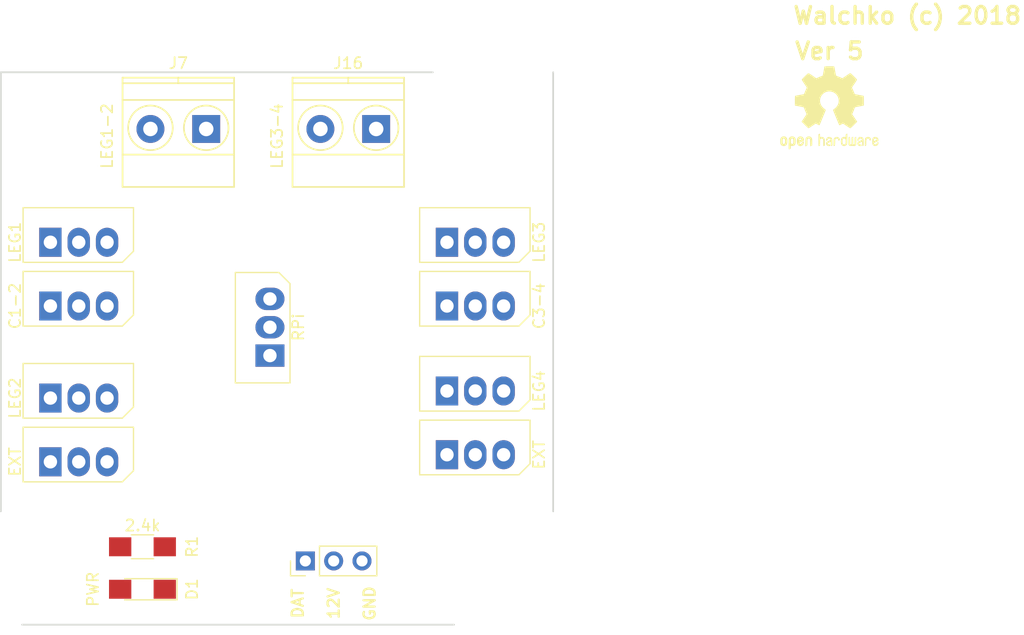
<source format=kicad_pcb>
(kicad_pcb (version 4) (host pcbnew 4.0.7)

  (general
    (links 32)
    (no_connects 32)
    (area 109.144999 59.614999 158.825001 109.295001)
    (thickness 1.6)
    (drawings 7)
    (tracks 0)
    (zones 0)
    (modules 19)
    (nets 7)
  )

  (page USLetter)
  (layers
    (0 F.Cu signal)
    (31 B.Cu signal)
    (32 B.Adhes user)
    (33 F.Adhes user)
    (34 B.Paste user)
    (35 F.Paste user)
    (36 B.SilkS user)
    (37 F.SilkS user)
    (38 B.Mask user)
    (39 F.Mask user)
    (40 Dwgs.User user)
    (41 Cmts.User user)
    (42 Eco1.User user)
    (43 Eco2.User user)
    (44 Edge.Cuts user)
    (45 Margin user)
    (46 B.CrtYd user)
    (47 F.CrtYd user)
    (48 B.Fab user)
    (49 F.Fab user)
  )

  (setup
    (last_trace_width 0.25)
    (user_trace_width 1.6)
    (trace_clearance 0.2)
    (zone_clearance 0.508)
    (zone_45_only no)
    (trace_min 0.2)
    (segment_width 0.2)
    (edge_width 0.15)
    (via_size 0.6)
    (via_drill 0.4)
    (via_min_size 0.4)
    (via_min_drill 0.3)
    (uvia_size 0.3)
    (uvia_drill 0.1)
    (uvias_allowed no)
    (uvia_min_size 0.2)
    (uvia_min_drill 0.1)
    (pcb_text_width 0.3)
    (pcb_text_size 1.5 1.5)
    (mod_edge_width 0.15)
    (mod_text_size 1 1)
    (mod_text_width 0.15)
    (pad_size 1.524 1.524)
    (pad_drill 0.762)
    (pad_to_mask_clearance 0.2)
    (aux_axis_origin 0 0)
    (visible_elements 7FFFFFFF)
    (pcbplotparams
      (layerselection 0x010f0_80000001)
      (usegerberextensions false)
      (excludeedgelayer true)
      (linewidth 0.100000)
      (plotframeref false)
      (viasonmask false)
      (mode 1)
      (useauxorigin false)
      (hpglpennumber 1)
      (hpglpenspeed 20)
      (hpglpendiameter 15)
      (hpglpenoverlay 2)
      (psnegative false)
      (psa4output false)
      (plotreference true)
      (plotvalue true)
      (plotinvisibletext false)
      (padsonsilk false)
      (subtractmaskfromsilk false)
      (outputformat 1)
      (mirror false)
      (drillshape 0)
      (scaleselection 1)
      (outputdirectory gerber/))
  )

  (net 0 "")
  (net 1 DATA)
  (net 2 GND)
  (net 3 +12V)
  (net 4 "Net-(D1-Pad1)")
  (net 5 "Net-(J1-Pad2)")
  (net 6 "Net-(J12-Pad2)")

  (net_class Default "This is the default net class."
    (clearance 0.2)
    (trace_width 0.25)
    (via_dia 0.6)
    (via_drill 0.4)
    (uvia_dia 0.3)
    (uvia_drill 0.1)
    (add_net +12V)
    (add_net DATA)
    (add_net GND)
    (add_net "Net-(D1-Pad1)")
    (add_net "Net-(J1-Pad2)")
    (add_net "Net-(J12-Pad2)")
  )

  (net_class A ""
    (clearance 0.2)
    (trace_width 1.5)
    (via_dia 0.6)
    (via_drill 0.4)
    (uvia_dia 0.3)
    (uvia_drill 0.1)
  )

  (module LEDs:LED_1206_HandSoldering (layer F.Cu) (tedit 5AFB17AC) (tstamp 5A933437)
    (at 121.92 106.045 180)
    (descr "LED SMD 1206, hand soldering")
    (tags "LED 1206")
    (path /5ACD24C2)
    (attr smd)
    (fp_text reference D1 (at -4.445 0 270) (layer F.SilkS)
      (effects (font (size 1 1) (thickness 0.15)))
    )
    (fp_text value PWR (at 4.445 0 270) (layer F.SilkS)
      (effects (font (size 1 1) (thickness 0.15)))
    )
    (fp_line (start -3.1 -0.95) (end -3.1 0.95) (layer F.SilkS) (width 0.12))
    (fp_line (start -0.4 0) (end 0.2 -0.4) (layer F.Fab) (width 0.1))
    (fp_line (start 0.2 -0.4) (end 0.2 0.4) (layer F.Fab) (width 0.1))
    (fp_line (start 0.2 0.4) (end -0.4 0) (layer F.Fab) (width 0.1))
    (fp_line (start -0.45 -0.4) (end -0.45 0.4) (layer F.Fab) (width 0.1))
    (fp_line (start -1.6 0.8) (end -1.6 -0.8) (layer F.Fab) (width 0.1))
    (fp_line (start 1.6 0.8) (end -1.6 0.8) (layer F.Fab) (width 0.1))
    (fp_line (start 1.6 -0.8) (end 1.6 0.8) (layer F.Fab) (width 0.1))
    (fp_line (start -1.6 -0.8) (end 1.6 -0.8) (layer F.Fab) (width 0.1))
    (fp_line (start -3.1 0.95) (end 1.6 0.95) (layer F.SilkS) (width 0.12))
    (fp_line (start -3.1 -0.95) (end 1.6 -0.95) (layer F.SilkS) (width 0.12))
    (fp_line (start -3.25 -1.11) (end 3.25 -1.11) (layer F.CrtYd) (width 0.05))
    (fp_line (start -3.25 -1.11) (end -3.25 1.1) (layer F.CrtYd) (width 0.05))
    (fp_line (start 3.25 1.1) (end 3.25 -1.11) (layer F.CrtYd) (width 0.05))
    (fp_line (start 3.25 1.1) (end -3.25 1.1) (layer F.CrtYd) (width 0.05))
    (pad 1 smd rect (at -2 0 180) (size 2 1.7) (layers F.Cu F.Paste F.Mask)
      (net 4 "Net-(D1-Pad1)"))
    (pad 2 smd rect (at 2 0 180) (size 2 1.7) (layers F.Cu F.Paste F.Mask)
      (net 3 +12V))
    (model ${KISYS3DMOD}/LEDs.3dshapes/LED_1206.wrl
      (at (xyz 0 0 0))
      (scale (xyz 1 1 1))
      (rotate (xyz 0 0 180))
    )
  )

  (module Connectors_Molex:Molex_SPOX-5267_22-03-5035_03x2.54mm_Straight (layer F.Cu) (tedit 5AF32ABA) (tstamp 5A9394F1)
    (at 113.665 80.645)
    (descr "Connector Headers with Friction Lock, 22-03-5035, http://www.molex.com/pdm_docs/ps/PS-5264-001-001.pdf")
    (tags "connector molex SPOX 5267 22-03-5035")
    (path /5A7A565B)
    (fp_text reference J1 (at -1.27 2.54) (layer F.Fab)
      (effects (font (size 1 1) (thickness 0.15)))
    )
    (fp_text value C1-2 (at -3.175 0 90) (layer F.SilkS)
      (effects (font (size 1 1) (thickness 0.15)))
    )
    (fp_line (start 6.45 1.8) (end 7.45 0.8) (layer F.SilkS) (width 0.12))
    (fp_line (start -2.45 -3.1) (end -2.45 1.8) (layer F.SilkS) (width 0.12))
    (fp_line (start -2.45 1.8) (end 6.45 1.8) (layer F.SilkS) (width 0.12))
    (fp_line (start 7.45 0.8) (end 7.45 -3.1) (layer F.SilkS) (width 0.12))
    (fp_line (start 7.45 -3.1) (end -2.45 -3.1) (layer F.SilkS) (width 0.12))
    (fp_line (start -2.5 1.85) (end -2.5 -3.15) (layer F.CrtYd) (width 0.05))
    (fp_line (start -2.5 -3.15) (end 7.5 -3.15) (layer F.CrtYd) (width 0.05))
    (fp_line (start 7.5 -3.15) (end 7.5 1.85) (layer F.CrtYd) (width 0.05))
    (fp_line (start 7.5 1.85) (end -2.5 1.85) (layer F.CrtYd) (width 0.05))
    (fp_line (start 7.35 -3) (end -2.35 -3) (layer F.Fab) (width 0.1))
    (fp_line (start 7.35 0.7) (end 7.35 -3) (layer F.Fab) (width 0.1))
    (fp_line (start 6.35 1.7) (end 7.35 0.7) (layer F.Fab) (width 0.1))
    (fp_line (start -2.35 1.7) (end 6.35 1.7) (layer F.Fab) (width 0.1))
    (fp_line (start -2.35 -3) (end -2.35 1.7) (layer F.Fab) (width 0.1))
    (pad 1 thru_hole rect (at 0 0) (size 2 2.6) (drill 1.2) (layers *.Cu *.Mask)
      (net 1 DATA))
    (pad 2 thru_hole oval (at 2.54 0) (size 2 2.6) (drill 1.2) (layers *.Cu *.Mask)
      (net 5 "Net-(J1-Pad2)"))
    (pad 3 thru_hole oval (at 5.08 0) (size 2 2.6) (drill 1.2) (layers *.Cu *.Mask)
      (net 2 GND))
    (model ${KISYS3DMOD}/Connectors_Molex.3dshapes/Molex_SPOX-5267_22-03-5035_03x2.54mm_Straight.wrl
      (at (xyz 0.1 0.023622 0.114173))
      (scale (xyz 1 1 1))
      (rotate (xyz -90 0 180))
    )
  )

  (module Pin_Headers:Pin_Header_Straight_1x03_Pitch2.54mm (layer F.Cu) (tedit 5AF32AFD) (tstamp 5ACD02CA)
    (at 136.525 103.505 90)
    (descr "Through hole straight pin header, 1x03, 2.54mm pitch, single row")
    (tags "Through hole pin header THT 1x03 2.54mm single row")
    (path /5ACD2202)
    (fp_text reference J3 (at 0 -2.33 90) (layer F.Fab)
      (effects (font (size 1 1) (thickness 0.15)))
    )
    (fp_text value Data (at 0 7.41 90) (layer F.Fab)
      (effects (font (size 1 1) (thickness 0.15)))
    )
    (fp_line (start -0.635 -1.27) (end 1.27 -1.27) (layer F.Fab) (width 0.1))
    (fp_line (start 1.27 -1.27) (end 1.27 6.35) (layer F.Fab) (width 0.1))
    (fp_line (start 1.27 6.35) (end -1.27 6.35) (layer F.Fab) (width 0.1))
    (fp_line (start -1.27 6.35) (end -1.27 -0.635) (layer F.Fab) (width 0.1))
    (fp_line (start -1.27 -0.635) (end -0.635 -1.27) (layer F.Fab) (width 0.1))
    (fp_line (start -1.33 6.41) (end 1.33 6.41) (layer F.SilkS) (width 0.12))
    (fp_line (start -1.33 1.27) (end -1.33 6.41) (layer F.SilkS) (width 0.12))
    (fp_line (start 1.33 1.27) (end 1.33 6.41) (layer F.SilkS) (width 0.12))
    (fp_line (start -1.33 1.27) (end 1.33 1.27) (layer F.SilkS) (width 0.12))
    (fp_line (start -1.33 0) (end -1.33 -1.33) (layer F.SilkS) (width 0.12))
    (fp_line (start -1.33 -1.33) (end 0 -1.33) (layer F.SilkS) (width 0.12))
    (fp_line (start -1.8 -1.8) (end -1.8 6.85) (layer F.CrtYd) (width 0.05))
    (fp_line (start -1.8 6.85) (end 1.8 6.85) (layer F.CrtYd) (width 0.05))
    (fp_line (start 1.8 6.85) (end 1.8 -1.8) (layer F.CrtYd) (width 0.05))
    (fp_line (start 1.8 -1.8) (end -1.8 -1.8) (layer F.CrtYd) (width 0.05))
    (fp_text user %R (at 0 2.54 180) (layer F.Fab)
      (effects (font (size 1 1) (thickness 0.15)))
    )
    (pad 1 thru_hole rect (at 0 0 90) (size 1.7 1.7) (drill 1) (layers *.Cu *.Mask)
      (net 1 DATA))
    (pad 2 thru_hole oval (at 0 2.54 90) (size 1.7 1.7) (drill 1) (layers *.Cu *.Mask)
      (net 6 "Net-(J12-Pad2)"))
    (pad 3 thru_hole oval (at 0 5.08 90) (size 1.7 1.7) (drill 1) (layers *.Cu *.Mask)
      (net 2 GND))
    (model ${KISYS3DMOD}/Pin_Headers.3dshapes/Pin_Header_Straight_1x03_Pitch2.54mm.wrl
      (at (xyz 0 0 0))
      (scale (xyz 1 1 1))
      (rotate (xyz 0 0 0))
    )
  )

  (module Connectors_Molex:Molex_SPOX-5267_22-03-5035_03x2.54mm_Straight (layer F.Cu) (tedit 5AF32AAC) (tstamp 5ACD02D5)
    (at 113.665 74.93)
    (descr "Connector Headers with Friction Lock, 22-03-5035, http://www.molex.com/pdm_docs/ps/PS-5264-001-001.pdf")
    (tags "connector molex SPOX 5267 22-03-5035")
    (path /5ACCFEAF)
    (fp_text reference J8 (at 2.54 -3.81) (layer F.Fab)
      (effects (font (size 1 1) (thickness 0.15)))
    )
    (fp_text value LEG1 (at -3.175 0 90) (layer F.SilkS)
      (effects (font (size 1 1) (thickness 0.15)))
    )
    (fp_line (start 6.45 1.8) (end 7.45 0.8) (layer F.SilkS) (width 0.12))
    (fp_line (start -2.45 -3.1) (end -2.45 1.8) (layer F.SilkS) (width 0.12))
    (fp_line (start -2.45 1.8) (end 6.45 1.8) (layer F.SilkS) (width 0.12))
    (fp_line (start 7.45 0.8) (end 7.45 -3.1) (layer F.SilkS) (width 0.12))
    (fp_line (start 7.45 -3.1) (end -2.45 -3.1) (layer F.SilkS) (width 0.12))
    (fp_line (start -2.5 1.85) (end -2.5 -3.15) (layer F.CrtYd) (width 0.05))
    (fp_line (start -2.5 -3.15) (end 7.5 -3.15) (layer F.CrtYd) (width 0.05))
    (fp_line (start 7.5 -3.15) (end 7.5 1.85) (layer F.CrtYd) (width 0.05))
    (fp_line (start 7.5 1.85) (end -2.5 1.85) (layer F.CrtYd) (width 0.05))
    (fp_line (start 7.35 -3) (end -2.35 -3) (layer F.Fab) (width 0.1))
    (fp_line (start 7.35 0.7) (end 7.35 -3) (layer F.Fab) (width 0.1))
    (fp_line (start 6.35 1.7) (end 7.35 0.7) (layer F.Fab) (width 0.1))
    (fp_line (start -2.35 1.7) (end 6.35 1.7) (layer F.Fab) (width 0.1))
    (fp_line (start -2.35 -3) (end -2.35 1.7) (layer F.Fab) (width 0.1))
    (pad 1 thru_hole rect (at 0 0) (size 2 2.6) (drill 1.2) (layers *.Cu *.Mask)
      (net 1 DATA))
    (pad 2 thru_hole oval (at 2.54 0) (size 2 2.6) (drill 1.2) (layers *.Cu *.Mask)
      (net 5 "Net-(J1-Pad2)"))
    (pad 3 thru_hole oval (at 5.08 0) (size 2 2.6) (drill 1.2) (layers *.Cu *.Mask)
      (net 2 GND))
    (model ${KISYS3DMOD}/Connectors_Molex.3dshapes/Molex_SPOX-5267_22-03-5035_03x2.54mm_Straight.wrl
      (at (xyz 0.1 0.023622 0.114173))
      (scale (xyz 1 1 1))
      (rotate (xyz -90 0 180))
    )
  )

  (module Connectors_Molex:Molex_SPOX-5267_22-03-5035_03x2.54mm_Straight (layer F.Cu) (tedit 5ACD10F4) (tstamp 5ACD02E0)
    (at 113.665 88.9)
    (descr "Connector Headers with Friction Lock, 22-03-5035, http://www.molex.com/pdm_docs/ps/PS-5264-001-001.pdf")
    (tags "connector molex SPOX 5267 22-03-5035")
    (path /5ACD102B)
    (fp_text reference J10 (at 2.54 -3.81) (layer F.Fab)
      (effects (font (size 1 1) (thickness 0.15)))
    )
    (fp_text value LEG2 (at -3.175 0 90) (layer F.SilkS)
      (effects (font (size 1 1) (thickness 0.15)))
    )
    (fp_line (start 6.45 1.8) (end 7.45 0.8) (layer F.SilkS) (width 0.12))
    (fp_line (start -2.45 -3.1) (end -2.45 1.8) (layer F.SilkS) (width 0.12))
    (fp_line (start -2.45 1.8) (end 6.45 1.8) (layer F.SilkS) (width 0.12))
    (fp_line (start 7.45 0.8) (end 7.45 -3.1) (layer F.SilkS) (width 0.12))
    (fp_line (start 7.45 -3.1) (end -2.45 -3.1) (layer F.SilkS) (width 0.12))
    (fp_line (start -2.5 1.85) (end -2.5 -3.15) (layer F.CrtYd) (width 0.05))
    (fp_line (start -2.5 -3.15) (end 7.5 -3.15) (layer F.CrtYd) (width 0.05))
    (fp_line (start 7.5 -3.15) (end 7.5 1.85) (layer F.CrtYd) (width 0.05))
    (fp_line (start 7.5 1.85) (end -2.5 1.85) (layer F.CrtYd) (width 0.05))
    (fp_line (start 7.35 -3) (end -2.35 -3) (layer F.Fab) (width 0.1))
    (fp_line (start 7.35 0.7) (end 7.35 -3) (layer F.Fab) (width 0.1))
    (fp_line (start 6.35 1.7) (end 7.35 0.7) (layer F.Fab) (width 0.1))
    (fp_line (start -2.35 1.7) (end 6.35 1.7) (layer F.Fab) (width 0.1))
    (fp_line (start -2.35 -3) (end -2.35 1.7) (layer F.Fab) (width 0.1))
    (pad 1 thru_hole rect (at 0 0) (size 2 2.6) (drill 1.2) (layers *.Cu *.Mask)
      (net 1 DATA))
    (pad 2 thru_hole oval (at 2.54 0) (size 2 2.6) (drill 1.2) (layers *.Cu *.Mask)
      (net 5 "Net-(J1-Pad2)"))
    (pad 3 thru_hole oval (at 5.08 0) (size 2 2.6) (drill 1.2) (layers *.Cu *.Mask)
      (net 2 GND))
    (model ${KISYS3DMOD}/Connectors_Molex.3dshapes/Molex_SPOX-5267_22-03-5035_03x2.54mm_Straight.wrl
      (at (xyz 0.1 0.023622 0.114173))
      (scale (xyz 1 1 1))
      (rotate (xyz -90 0 180))
    )
  )

  (module Connectors_Molex:Molex_SPOX-5267_22-03-5035_03x2.54mm_Straight (layer F.Cu) (tedit 5AF32ACB) (tstamp 5ACD02E6)
    (at 113.665 94.615)
    (descr "Connector Headers with Friction Lock, 22-03-5035, http://www.molex.com/pdm_docs/ps/PS-5264-001-001.pdf")
    (tags "connector molex SPOX 5267 22-03-5035")
    (path /5ACD103D)
    (fp_text reference J11 (at 2.54 -3.81) (layer F.Fab)
      (effects (font (size 1 1) (thickness 0.15)))
    )
    (fp_text value EXT (at -3.175 0 90) (layer F.SilkS)
      (effects (font (size 1 1) (thickness 0.15)))
    )
    (fp_line (start 6.45 1.8) (end 7.45 0.8) (layer F.SilkS) (width 0.12))
    (fp_line (start -2.45 -3.1) (end -2.45 1.8) (layer F.SilkS) (width 0.12))
    (fp_line (start -2.45 1.8) (end 6.45 1.8) (layer F.SilkS) (width 0.12))
    (fp_line (start 7.45 0.8) (end 7.45 -3.1) (layer F.SilkS) (width 0.12))
    (fp_line (start 7.45 -3.1) (end -2.45 -3.1) (layer F.SilkS) (width 0.12))
    (fp_line (start -2.5 1.85) (end -2.5 -3.15) (layer F.CrtYd) (width 0.05))
    (fp_line (start -2.5 -3.15) (end 7.5 -3.15) (layer F.CrtYd) (width 0.05))
    (fp_line (start 7.5 -3.15) (end 7.5 1.85) (layer F.CrtYd) (width 0.05))
    (fp_line (start 7.5 1.85) (end -2.5 1.85) (layer F.CrtYd) (width 0.05))
    (fp_line (start 7.35 -3) (end -2.35 -3) (layer F.Fab) (width 0.1))
    (fp_line (start 7.35 0.7) (end 7.35 -3) (layer F.Fab) (width 0.1))
    (fp_line (start 6.35 1.7) (end 7.35 0.7) (layer F.Fab) (width 0.1))
    (fp_line (start -2.35 1.7) (end 6.35 1.7) (layer F.Fab) (width 0.1))
    (fp_line (start -2.35 -3) (end -2.35 1.7) (layer F.Fab) (width 0.1))
    (pad 1 thru_hole rect (at 0 0) (size 2 2.6) (drill 1.2) (layers *.Cu *.Mask)
      (net 1 DATA))
    (pad 2 thru_hole oval (at 2.54 0) (size 2 2.6) (drill 1.2) (layers *.Cu *.Mask)
      (net 5 "Net-(J1-Pad2)"))
    (pad 3 thru_hole oval (at 5.08 0) (size 2 2.6) (drill 1.2) (layers *.Cu *.Mask)
      (net 2 GND))
    (model ${KISYS3DMOD}/Connectors_Molex.3dshapes/Molex_SPOX-5267_22-03-5035_03x2.54mm_Straight.wrl
      (at (xyz 0.1 0.023622 0.114173))
      (scale (xyz 1 1 1))
      (rotate (xyz -90 0 180))
    )
  )

  (module Resistors_SMD:R_1206_HandSoldering (layer F.Cu) (tedit 5AFB17C4) (tstamp 5ACD02F1)
    (at 121.92 102.235 180)
    (descr "Resistor SMD 1206, hand soldering")
    (tags "resistor 1206")
    (path /5ACD2583)
    (attr smd)
    (fp_text reference R1 (at -4.445 0 270) (layer F.SilkS)
      (effects (font (size 1 1) (thickness 0.15)))
    )
    (fp_text value 2.4k (at 0 1.905 180) (layer F.SilkS)
      (effects (font (size 1 1) (thickness 0.15)))
    )
    (fp_text user %R (at 0 0 180) (layer F.Fab)
      (effects (font (size 0.7 0.7) (thickness 0.105)))
    )
    (fp_line (start -1.6 0.8) (end -1.6 -0.8) (layer F.Fab) (width 0.1))
    (fp_line (start 1.6 0.8) (end -1.6 0.8) (layer F.Fab) (width 0.1))
    (fp_line (start 1.6 -0.8) (end 1.6 0.8) (layer F.Fab) (width 0.1))
    (fp_line (start -1.6 -0.8) (end 1.6 -0.8) (layer F.Fab) (width 0.1))
    (fp_line (start 1 1.07) (end -1 1.07) (layer F.SilkS) (width 0.12))
    (fp_line (start -1 -1.07) (end 1 -1.07) (layer F.SilkS) (width 0.12))
    (fp_line (start -3.25 -1.11) (end 3.25 -1.11) (layer F.CrtYd) (width 0.05))
    (fp_line (start -3.25 -1.11) (end -3.25 1.1) (layer F.CrtYd) (width 0.05))
    (fp_line (start 3.25 1.1) (end 3.25 -1.11) (layer F.CrtYd) (width 0.05))
    (fp_line (start 3.25 1.1) (end -3.25 1.1) (layer F.CrtYd) (width 0.05))
    (pad 1 smd rect (at -2 0 180) (size 2 1.7) (layers F.Cu F.Paste F.Mask)
      (net 4 "Net-(D1-Pad1)"))
    (pad 2 smd rect (at 2 0 180) (size 2 1.7) (layers F.Cu F.Paste F.Mask)
      (net 2 GND))
    (model ${KISYS3DMOD}/Resistors_SMD.3dshapes/R_1206.wrl
      (at (xyz 0 0 0))
      (scale (xyz 1 1 1))
      (rotate (xyz 0 0 0))
    )
  )

  (module Connectors_Molex:Molex_SPOX-5267_22-03-5035_03x2.54mm_Straight (layer F.Cu) (tedit 5AF32AE2) (tstamp 5ACD0802)
    (at 149.225 88.265)
    (descr "Connector Headers with Friction Lock, 22-03-5035, http://www.molex.com/pdm_docs/ps/PS-5264-001-001.pdf")
    (tags "connector molex SPOX 5267 22-03-5035")
    (path /5ACD2DCD)
    (fp_text reference J12 (at 2.54 -3.81) (layer F.Fab)
      (effects (font (size 1 1) (thickness 0.15)))
    )
    (fp_text value LEG4 (at 8.255 0 90) (layer F.SilkS)
      (effects (font (size 1 1) (thickness 0.15)))
    )
    (fp_line (start 6.45 1.8) (end 7.45 0.8) (layer F.SilkS) (width 0.12))
    (fp_line (start -2.45 -3.1) (end -2.45 1.8) (layer F.SilkS) (width 0.12))
    (fp_line (start -2.45 1.8) (end 6.45 1.8) (layer F.SilkS) (width 0.12))
    (fp_line (start 7.45 0.8) (end 7.45 -3.1) (layer F.SilkS) (width 0.12))
    (fp_line (start 7.45 -3.1) (end -2.45 -3.1) (layer F.SilkS) (width 0.12))
    (fp_line (start -2.5 1.85) (end -2.5 -3.15) (layer F.CrtYd) (width 0.05))
    (fp_line (start -2.5 -3.15) (end 7.5 -3.15) (layer F.CrtYd) (width 0.05))
    (fp_line (start 7.5 -3.15) (end 7.5 1.85) (layer F.CrtYd) (width 0.05))
    (fp_line (start 7.5 1.85) (end -2.5 1.85) (layer F.CrtYd) (width 0.05))
    (fp_line (start 7.35 -3) (end -2.35 -3) (layer F.Fab) (width 0.1))
    (fp_line (start 7.35 0.7) (end 7.35 -3) (layer F.Fab) (width 0.1))
    (fp_line (start 6.35 1.7) (end 7.35 0.7) (layer F.Fab) (width 0.1))
    (fp_line (start -2.35 1.7) (end 6.35 1.7) (layer F.Fab) (width 0.1))
    (fp_line (start -2.35 -3) (end -2.35 1.7) (layer F.Fab) (width 0.1))
    (pad 1 thru_hole rect (at 0 0) (size 2 2.6) (drill 1.2) (layers *.Cu *.Mask)
      (net 1 DATA))
    (pad 2 thru_hole oval (at 2.54 0) (size 2 2.6) (drill 1.2) (layers *.Cu *.Mask)
      (net 6 "Net-(J12-Pad2)"))
    (pad 3 thru_hole oval (at 5.08 0) (size 2 2.6) (drill 1.2) (layers *.Cu *.Mask)
      (net 2 GND))
    (model ${KISYS3DMOD}/Connectors_Molex.3dshapes/Molex_SPOX-5267_22-03-5035_03x2.54mm_Straight.wrl
      (at (xyz 0.1 0.023622 0.114173))
      (scale (xyz 1 1 1))
      (rotate (xyz -90 0 180))
    )
  )

  (module Connectors_Molex:Molex_SPOX-5267_22-03-5035_03x2.54mm_Straight (layer F.Cu) (tedit 5AF32AF1) (tstamp 5ACD0809)
    (at 149.225 93.98)
    (descr "Connector Headers with Friction Lock, 22-03-5035, http://www.molex.com/pdm_docs/ps/PS-5264-001-001.pdf")
    (tags "connector molex SPOX 5267 22-03-5035")
    (path /5ACD2DDF)
    (fp_text reference J13 (at 2.54 -3.81) (layer F.Fab)
      (effects (font (size 1 1) (thickness 0.15)))
    )
    (fp_text value EXT (at 8.255 0 90) (layer F.SilkS)
      (effects (font (size 1 1) (thickness 0.15)))
    )
    (fp_line (start 6.45 1.8) (end 7.45 0.8) (layer F.SilkS) (width 0.12))
    (fp_line (start -2.45 -3.1) (end -2.45 1.8) (layer F.SilkS) (width 0.12))
    (fp_line (start -2.45 1.8) (end 6.45 1.8) (layer F.SilkS) (width 0.12))
    (fp_line (start 7.45 0.8) (end 7.45 -3.1) (layer F.SilkS) (width 0.12))
    (fp_line (start 7.45 -3.1) (end -2.45 -3.1) (layer F.SilkS) (width 0.12))
    (fp_line (start -2.5 1.85) (end -2.5 -3.15) (layer F.CrtYd) (width 0.05))
    (fp_line (start -2.5 -3.15) (end 7.5 -3.15) (layer F.CrtYd) (width 0.05))
    (fp_line (start 7.5 -3.15) (end 7.5 1.85) (layer F.CrtYd) (width 0.05))
    (fp_line (start 7.5 1.85) (end -2.5 1.85) (layer F.CrtYd) (width 0.05))
    (fp_line (start 7.35 -3) (end -2.35 -3) (layer F.Fab) (width 0.1))
    (fp_line (start 7.35 0.7) (end 7.35 -3) (layer F.Fab) (width 0.1))
    (fp_line (start 6.35 1.7) (end 7.35 0.7) (layer F.Fab) (width 0.1))
    (fp_line (start -2.35 1.7) (end 6.35 1.7) (layer F.Fab) (width 0.1))
    (fp_line (start -2.35 -3) (end -2.35 1.7) (layer F.Fab) (width 0.1))
    (pad 1 thru_hole rect (at 0 0) (size 2 2.6) (drill 1.2) (layers *.Cu *.Mask)
      (net 1 DATA))
    (pad 2 thru_hole oval (at 2.54 0) (size 2 2.6) (drill 1.2) (layers *.Cu *.Mask)
      (net 6 "Net-(J12-Pad2)"))
    (pad 3 thru_hole oval (at 5.08 0) (size 2 2.6) (drill 1.2) (layers *.Cu *.Mask)
      (net 2 GND))
    (model ${KISYS3DMOD}/Connectors_Molex.3dshapes/Molex_SPOX-5267_22-03-5035_03x2.54mm_Straight.wrl
      (at (xyz 0.1 0.023622 0.114173))
      (scale (xyz 1 1 1))
      (rotate (xyz -90 0 180))
    )
  )

  (module Connectors_Molex:Molex_SPOX-5267_22-03-5035_03x2.54mm_Straight (layer F.Cu) (tedit 5AF32AD2) (tstamp 5ACD0810)
    (at 149.225 80.645)
    (descr "Connector Headers with Friction Lock, 22-03-5035, http://www.molex.com/pdm_docs/ps/PS-5264-001-001.pdf")
    (tags "connector molex SPOX 5267 22-03-5035")
    (path /5ACD2D1C)
    (fp_text reference J14 (at 2.54 -3.81) (layer F.Fab)
      (effects (font (size 1 1) (thickness 0.15)))
    )
    (fp_text value C3-4 (at 8.255 0 90) (layer F.SilkS)
      (effects (font (size 1 1) (thickness 0.15)))
    )
    (fp_line (start 6.45 1.8) (end 7.45 0.8) (layer F.SilkS) (width 0.12))
    (fp_line (start -2.45 -3.1) (end -2.45 1.8) (layer F.SilkS) (width 0.12))
    (fp_line (start -2.45 1.8) (end 6.45 1.8) (layer F.SilkS) (width 0.12))
    (fp_line (start 7.45 0.8) (end 7.45 -3.1) (layer F.SilkS) (width 0.12))
    (fp_line (start 7.45 -3.1) (end -2.45 -3.1) (layer F.SilkS) (width 0.12))
    (fp_line (start -2.5 1.85) (end -2.5 -3.15) (layer F.CrtYd) (width 0.05))
    (fp_line (start -2.5 -3.15) (end 7.5 -3.15) (layer F.CrtYd) (width 0.05))
    (fp_line (start 7.5 -3.15) (end 7.5 1.85) (layer F.CrtYd) (width 0.05))
    (fp_line (start 7.5 1.85) (end -2.5 1.85) (layer F.CrtYd) (width 0.05))
    (fp_line (start 7.35 -3) (end -2.35 -3) (layer F.Fab) (width 0.1))
    (fp_line (start 7.35 0.7) (end 7.35 -3) (layer F.Fab) (width 0.1))
    (fp_line (start 6.35 1.7) (end 7.35 0.7) (layer F.Fab) (width 0.1))
    (fp_line (start -2.35 1.7) (end 6.35 1.7) (layer F.Fab) (width 0.1))
    (fp_line (start -2.35 -3) (end -2.35 1.7) (layer F.Fab) (width 0.1))
    (pad 1 thru_hole rect (at 0 0) (size 2 2.6) (drill 1.2) (layers *.Cu *.Mask)
      (net 1 DATA))
    (pad 2 thru_hole oval (at 2.54 0) (size 2 2.6) (drill 1.2) (layers *.Cu *.Mask)
      (net 6 "Net-(J12-Pad2)"))
    (pad 3 thru_hole oval (at 5.08 0) (size 2 2.6) (drill 1.2) (layers *.Cu *.Mask)
      (net 2 GND))
    (model ${KISYS3DMOD}/Connectors_Molex.3dshapes/Molex_SPOX-5267_22-03-5035_03x2.54mm_Straight.wrl
      (at (xyz 0.1 0.023622 0.114173))
      (scale (xyz 1 1 1))
      (rotate (xyz -90 0 180))
    )
  )

  (module Connectors_Molex:Molex_SPOX-5267_22-03-5035_03x2.54mm_Straight (layer F.Cu) (tedit 5AF32ADC) (tstamp 5ACD0817)
    (at 149.225 74.93)
    (descr "Connector Headers with Friction Lock, 22-03-5035, http://www.molex.com/pdm_docs/ps/PS-5264-001-001.pdf")
    (tags "connector molex SPOX 5267 22-03-5035")
    (path /5ACD2D2E)
    (fp_text reference J15 (at 2.54 -3.81) (layer F.Fab)
      (effects (font (size 1 1) (thickness 0.15)))
    )
    (fp_text value LEG3 (at 8.255 0 90) (layer F.SilkS)
      (effects (font (size 1 1) (thickness 0.15)))
    )
    (fp_line (start 6.45 1.8) (end 7.45 0.8) (layer F.SilkS) (width 0.12))
    (fp_line (start -2.45 -3.1) (end -2.45 1.8) (layer F.SilkS) (width 0.12))
    (fp_line (start -2.45 1.8) (end 6.45 1.8) (layer F.SilkS) (width 0.12))
    (fp_line (start 7.45 0.8) (end 7.45 -3.1) (layer F.SilkS) (width 0.12))
    (fp_line (start 7.45 -3.1) (end -2.45 -3.1) (layer F.SilkS) (width 0.12))
    (fp_line (start -2.5 1.85) (end -2.5 -3.15) (layer F.CrtYd) (width 0.05))
    (fp_line (start -2.5 -3.15) (end 7.5 -3.15) (layer F.CrtYd) (width 0.05))
    (fp_line (start 7.5 -3.15) (end 7.5 1.85) (layer F.CrtYd) (width 0.05))
    (fp_line (start 7.5 1.85) (end -2.5 1.85) (layer F.CrtYd) (width 0.05))
    (fp_line (start 7.35 -3) (end -2.35 -3) (layer F.Fab) (width 0.1))
    (fp_line (start 7.35 0.7) (end 7.35 -3) (layer F.Fab) (width 0.1))
    (fp_line (start 6.35 1.7) (end 7.35 0.7) (layer F.Fab) (width 0.1))
    (fp_line (start -2.35 1.7) (end 6.35 1.7) (layer F.Fab) (width 0.1))
    (fp_line (start -2.35 -3) (end -2.35 1.7) (layer F.Fab) (width 0.1))
    (pad 1 thru_hole rect (at 0 0) (size 2 2.6) (drill 1.2) (layers *.Cu *.Mask)
      (net 1 DATA))
    (pad 2 thru_hole oval (at 2.54 0) (size 2 2.6) (drill 1.2) (layers *.Cu *.Mask)
      (net 6 "Net-(J12-Pad2)"))
    (pad 3 thru_hole oval (at 5.08 0) (size 2 2.6) (drill 1.2) (layers *.Cu *.Mask)
      (net 2 GND))
    (model ${KISYS3DMOD}/Connectors_Molex.3dshapes/Molex_SPOX-5267_22-03-5035_03x2.54mm_Straight.wrl
      (at (xyz 0.1 0.023622 0.114173))
      (scale (xyz 1 1 1))
      (rotate (xyz -90 0 180))
    )
  )

  (module Mounting_Holes:MountingHole_2.2mm_M2 (layer F.Cu) (tedit 5AF3245D) (tstamp 5ACD1C7F)
    (at 155.575 62.23)
    (descr "Mounting Hole 2.2mm, no annular, M2")
    (tags "mounting hole 2.2mm no annular m2")
    (attr virtual)
    (fp_text reference "" (at 0 -3.2) (layer F.SilkS)
      (effects (font (size 1 1) (thickness 0.15)))
    )
    (fp_text value "" (at 0 3.2) (layer F.Fab)
      (effects (font (size 1 1) (thickness 0.15)))
    )
    (fp_text user %R (at 0.3 0) (layer F.Fab)
      (effects (font (size 1 1) (thickness 0.15)))
    )
    (fp_circle (center 0 0) (end 2.2 0) (layer Cmts.User) (width 0.15))
    (fp_circle (center 0 0) (end 2.45 0) (layer F.CrtYd) (width 0.05))
    (pad 1 np_thru_hole circle (at 0 0) (size 2.2 2.2) (drill 2.2) (layers *.Cu *.Mask))
  )

  (module Mounting_Holes:MountingHole_2.2mm_M2 (layer F.Cu) (tedit 5AF32454) (tstamp 5ACD1C8A)
    (at 111.76 62.23)
    (descr "Mounting Hole 2.2mm, no annular, M2")
    (tags "mounting hole 2.2mm no annular m2")
    (attr virtual)
    (fp_text reference "" (at 0 -3.2) (layer F.SilkS)
      (effects (font (size 1 1) (thickness 0.15)))
    )
    (fp_text value "" (at 0 3.2) (layer F.Fab)
      (effects (font (size 1 1) (thickness 0.15)))
    )
    (fp_text user %R (at 0.3 0) (layer F.Fab)
      (effects (font (size 1 1) (thickness 0.15)))
    )
    (fp_circle (center 0 0) (end 2.2 0) (layer Cmts.User) (width 0.15))
    (fp_circle (center 0 0) (end 2.45 0) (layer F.CrtYd) (width 0.05))
    (pad 1 np_thru_hole circle (at 0 0) (size 2.2 2.2) (drill 2.2) (layers *.Cu *.Mask))
  )

  (module Mounting_Holes:MountingHole_2.2mm_M2 (layer F.Cu) (tedit 5AF3244B) (tstamp 5ACD1C8F)
    (at 111.76 106.045)
    (descr "Mounting Hole 2.2mm, no annular, M2")
    (tags "mounting hole 2.2mm no annular m2")
    (attr virtual)
    (fp_text reference "" (at 0 -3.2) (layer F.SilkS)
      (effects (font (size 1 1) (thickness 0.15)))
    )
    (fp_text value "" (at 0 3.2) (layer F.Fab)
      (effects (font (size 1 1) (thickness 0.15)))
    )
    (fp_text user %R (at 0.3 0) (layer F.Fab)
      (effects (font (size 1 1) (thickness 0.15)))
    )
    (fp_circle (center 0 0) (end 2.2 0) (layer Cmts.User) (width 0.15))
    (fp_circle (center 0 0) (end 2.45 0) (layer F.CrtYd) (width 0.05))
    (pad 1 np_thru_hole circle (at 0 0) (size 2.2 2.2) (drill 2.2) (layers *.Cu *.Mask))
  )

  (module Mounting_Holes:MountingHole_2.2mm_M2 (layer F.Cu) (tedit 5AF32443) (tstamp 5ACD1C93)
    (at 155.575 106.68)
    (descr "Mounting Hole 2.2mm, no annular, M2")
    (tags "mounting hole 2.2mm no annular m2")
    (attr virtual)
    (fp_text reference "" (at 0 -3.2) (layer F.SilkS)
      (effects (font (size 1 1) (thickness 0.15)))
    )
    (fp_text value "" (at 0 3.2) (layer F.Fab)
      (effects (font (size 1 1) (thickness 0.15)))
    )
    (fp_text user %R (at 0.3 0) (layer F.Fab)
      (effects (font (size 1 1) (thickness 0.15)))
    )
    (fp_circle (center 0 0) (end 2.2 0) (layer Cmts.User) (width 0.15))
    (fp_circle (center 0 0) (end 2.45 0) (layer F.CrtYd) (width 0.05))
    (pad 1 np_thru_hole circle (at 0 0) (size 2.2 2.2) (drill 2.2) (layers *.Cu *.Mask))
  )

  (module Symbols:OSHW-Logo2_9.8x8mm_SilkScreen (layer F.Cu) (tedit 0) (tstamp 5ACD1D63)
    (at 183.515 62.865)
    (descr "Open Source Hardware Symbol")
    (tags "Logo Symbol OSHW")
    (attr virtual)
    (fp_text reference REF*** (at 0 0) (layer F.SilkS) hide
      (effects (font (size 1 1) (thickness 0.15)))
    )
    (fp_text value OSHW-Logo2_9.8x8mm_SilkScreen (at 0.75 0) (layer F.Fab) hide
      (effects (font (size 1 1) (thickness 0.15)))
    )
    (fp_poly (pts (xy -3.231114 2.584505) (xy -3.156461 2.621727) (xy -3.090569 2.690261) (xy -3.072423 2.715648)
      (xy -3.052655 2.748866) (xy -3.039828 2.784945) (xy -3.03249 2.833098) (xy -3.029187 2.902536)
      (xy -3.028462 2.994206) (xy -3.031737 3.11983) (xy -3.043123 3.214154) (xy -3.064959 3.284523)
      (xy -3.099581 3.338286) (xy -3.14933 3.382788) (xy -3.152986 3.385423) (xy -3.202015 3.412377)
      (xy -3.261055 3.425712) (xy -3.336141 3.429) (xy -3.458205 3.429) (xy -3.458256 3.547497)
      (xy -3.459392 3.613492) (xy -3.466314 3.652202) (xy -3.484402 3.675419) (xy -3.519038 3.694933)
      (xy -3.527355 3.69892) (xy -3.56628 3.717603) (xy -3.596417 3.729403) (xy -3.618826 3.730422)
      (xy -3.634567 3.716761) (xy -3.644698 3.684522) (xy -3.650277 3.629804) (xy -3.652365 3.548711)
      (xy -3.652019 3.437344) (xy -3.6503 3.291802) (xy -3.649763 3.248269) (xy -3.647828 3.098205)
      (xy -3.646096 3.000042) (xy -3.458308 3.000042) (xy -3.457252 3.083364) (xy -3.452562 3.13788)
      (xy -3.441949 3.173837) (xy -3.423128 3.201482) (xy -3.41035 3.214965) (xy -3.35811 3.254417)
      (xy -3.311858 3.257628) (xy -3.264133 3.225049) (xy -3.262923 3.223846) (xy -3.243506 3.198668)
      (xy -3.231693 3.164447) (xy -3.225735 3.111748) (xy -3.22388 3.031131) (xy -3.223846 3.013271)
      (xy -3.22833 2.902175) (xy -3.242926 2.825161) (xy -3.26935 2.778147) (xy -3.309317 2.75705)
      (xy -3.332416 2.754923) (xy -3.387238 2.7649) (xy -3.424842 2.797752) (xy -3.447477 2.857857)
      (xy -3.457394 2.949598) (xy -3.458308 3.000042) (xy -3.646096 3.000042) (xy -3.645778 2.98206)
      (xy -3.643127 2.894679) (xy -3.639394 2.830905) (xy -3.634093 2.785582) (xy -3.626742 2.753555)
      (xy -3.616857 2.729668) (xy -3.603954 2.708764) (xy -3.598421 2.700898) (xy -3.525031 2.626595)
      (xy -3.43224 2.584467) (xy -3.324904 2.572722) (xy -3.231114 2.584505)) (layer F.SilkS) (width 0.01))
    (fp_poly (pts (xy -1.728336 2.595089) (xy -1.665633 2.631358) (xy -1.622039 2.667358) (xy -1.590155 2.705075)
      (xy -1.56819 2.751199) (xy -1.554351 2.812421) (xy -1.546847 2.895431) (xy -1.543883 3.006919)
      (xy -1.543539 3.087062) (xy -1.543539 3.382065) (xy -1.709615 3.456515) (xy -1.719385 3.133402)
      (xy -1.723421 3.012729) (xy -1.727656 2.925141) (xy -1.732903 2.86465) (xy -1.739975 2.825268)
      (xy -1.749689 2.801007) (xy -1.762856 2.78588) (xy -1.767081 2.782606) (xy -1.831091 2.757034)
      (xy -1.895792 2.767153) (xy -1.934308 2.794) (xy -1.949975 2.813024) (xy -1.96082 2.837988)
      (xy -1.967712 2.875834) (xy -1.971521 2.933502) (xy -1.973117 3.017935) (xy -1.973385 3.105928)
      (xy -1.973437 3.216323) (xy -1.975328 3.294463) (xy -1.981655 3.347165) (xy -1.995017 3.381242)
      (xy -2.018015 3.403511) (xy -2.053246 3.420787) (xy -2.100303 3.438738) (xy -2.151697 3.458278)
      (xy -2.145579 3.111485) (xy -2.143116 2.986468) (xy -2.140233 2.894082) (xy -2.136102 2.827881)
      (xy -2.129893 2.78142) (xy -2.120774 2.748256) (xy -2.107917 2.721944) (xy -2.092416 2.698729)
      (xy -2.017629 2.624569) (xy -1.926372 2.581684) (xy -1.827117 2.571412) (xy -1.728336 2.595089)) (layer F.SilkS) (width 0.01))
    (fp_poly (pts (xy -3.983114 2.587256) (xy -3.891536 2.635409) (xy -3.823951 2.712905) (xy -3.799943 2.762727)
      (xy -3.781262 2.837533) (xy -3.771699 2.932052) (xy -3.770792 3.03521) (xy -3.778079 3.135935)
      (xy -3.793097 3.223153) (xy -3.815385 3.285791) (xy -3.822235 3.296579) (xy -3.903368 3.377105)
      (xy -3.999734 3.425336) (xy -4.104299 3.43945) (xy -4.210032 3.417629) (xy -4.239457 3.404547)
      (xy -4.296759 3.364231) (xy -4.34705 3.310775) (xy -4.351803 3.303995) (xy -4.371122 3.271321)
      (xy -4.383892 3.236394) (xy -4.391436 3.190414) (xy -4.395076 3.124584) (xy -4.396135 3.030105)
      (xy -4.396154 3.008923) (xy -4.396106 3.002182) (xy -4.200769 3.002182) (xy -4.199632 3.091349)
      (xy -4.195159 3.15052) (xy -4.185754 3.188741) (xy -4.169824 3.215053) (xy -4.161692 3.223846)
      (xy -4.114942 3.257261) (xy -4.069553 3.255737) (xy -4.02366 3.226752) (xy -3.996288 3.195809)
      (xy -3.980077 3.150643) (xy -3.970974 3.07942) (xy -3.970349 3.071114) (xy -3.968796 2.942037)
      (xy -3.985035 2.846172) (xy -4.018848 2.784107) (xy -4.070016 2.756432) (xy -4.08828 2.754923)
      (xy -4.13624 2.762513) (xy -4.169047 2.788808) (xy -4.189105 2.839095) (xy -4.198822 2.918664)
      (xy -4.200769 3.002182) (xy -4.396106 3.002182) (xy -4.395426 2.908249) (xy -4.392371 2.837906)
      (xy -4.385678 2.789163) (xy -4.37404 2.753288) (xy -4.356147 2.721548) (xy -4.352192 2.715648)
      (xy -4.285733 2.636104) (xy -4.213315 2.589929) (xy -4.125151 2.571599) (xy -4.095213 2.570703)
      (xy -3.983114 2.587256)) (layer F.SilkS) (width 0.01))
    (fp_poly (pts (xy -2.465746 2.599745) (xy -2.388714 2.651567) (xy -2.329184 2.726412) (xy -2.293622 2.821654)
      (xy -2.286429 2.891756) (xy -2.287246 2.921009) (xy -2.294086 2.943407) (xy -2.312888 2.963474)
      (xy -2.349592 2.985733) (xy -2.410138 3.014709) (xy -2.500466 3.054927) (xy -2.500923 3.055129)
      (xy -2.584067 3.09321) (xy -2.652247 3.127025) (xy -2.698495 3.152933) (xy -2.715842 3.167295)
      (xy -2.715846 3.167411) (xy -2.700557 3.198685) (xy -2.664804 3.233157) (xy -2.623758 3.25799)
      (xy -2.602963 3.262923) (xy -2.54623 3.245862) (xy -2.497373 3.203133) (xy -2.473535 3.156155)
      (xy -2.450603 3.121522) (xy -2.405682 3.082081) (xy -2.352877 3.048009) (xy -2.30629 3.02948)
      (xy -2.296548 3.028462) (xy -2.285582 3.045215) (xy -2.284921 3.088039) (xy -2.29298 3.145781)
      (xy -2.308173 3.207289) (xy -2.328914 3.261409) (xy -2.329962 3.26351) (xy -2.392379 3.35066)
      (xy -2.473274 3.409939) (xy -2.565144 3.439034) (xy -2.660487 3.435634) (xy -2.751802 3.397428)
      (xy -2.755862 3.394741) (xy -2.827694 3.329642) (xy -2.874927 3.244705) (xy -2.901066 3.133021)
      (xy -2.904574 3.101643) (xy -2.910787 2.953536) (xy -2.903339 2.884468) (xy -2.715846 2.884468)
      (xy -2.71341 2.927552) (xy -2.700086 2.940126) (xy -2.666868 2.930719) (xy -2.614506 2.908483)
      (xy -2.555976 2.88061) (xy -2.554521 2.879872) (xy -2.504911 2.853777) (xy -2.485 2.836363)
      (xy -2.48991 2.818107) (xy -2.510584 2.79412) (xy -2.563181 2.759406) (xy -2.619823 2.756856)
      (xy -2.670631 2.782119) (xy -2.705724 2.830847) (xy -2.715846 2.884468) (xy -2.903339 2.884468)
      (xy -2.898008 2.835036) (xy -2.865222 2.741055) (xy -2.819579 2.675215) (xy -2.737198 2.608681)
      (xy -2.646454 2.575676) (xy -2.553815 2.573573) (xy -2.465746 2.599745)) (layer F.SilkS) (width 0.01))
    (fp_poly (pts (xy -0.840154 2.49212) (xy -0.834428 2.57198) (xy -0.827851 2.619039) (xy -0.818738 2.639566)
      (xy -0.805402 2.639829) (xy -0.801077 2.637378) (xy -0.743556 2.619636) (xy -0.668732 2.620672)
      (xy -0.592661 2.63891) (xy -0.545082 2.662505) (xy -0.496298 2.700198) (xy -0.460636 2.742855)
      (xy -0.436155 2.797057) (xy -0.420913 2.869384) (xy -0.41297 2.966419) (xy -0.410384 3.094742)
      (xy -0.410338 3.119358) (xy -0.410308 3.39587) (xy -0.471839 3.41732) (xy -0.515541 3.431912)
      (xy -0.539518 3.438706) (xy -0.540223 3.438769) (xy -0.542585 3.420345) (xy -0.544594 3.369526)
      (xy -0.546099 3.292993) (xy -0.546947 3.19743) (xy -0.547077 3.139329) (xy -0.547349 3.024771)
      (xy -0.548748 2.942667) (xy -0.552151 2.886393) (xy -0.558433 2.849326) (xy -0.568471 2.824844)
      (xy -0.583139 2.806325) (xy -0.592298 2.797406) (xy -0.655211 2.761466) (xy -0.723864 2.758775)
      (xy -0.786152 2.78917) (xy -0.797671 2.800144) (xy -0.814567 2.820779) (xy -0.826286 2.845256)
      (xy -0.833767 2.880647) (xy -0.837946 2.934026) (xy -0.839763 3.012466) (xy -0.840154 3.120617)
      (xy -0.840154 3.39587) (xy -0.901685 3.41732) (xy -0.945387 3.431912) (xy -0.969364 3.438706)
      (xy -0.97007 3.438769) (xy -0.971874 3.420069) (xy -0.9735 3.367322) (xy -0.974883 3.285557)
      (xy -0.975958 3.179805) (xy -0.97666 3.055094) (xy -0.976923 2.916455) (xy -0.976923 2.381806)
      (xy -0.849923 2.328236) (xy -0.840154 2.49212)) (layer F.SilkS) (width 0.01))
    (fp_poly (pts (xy 0.053501 2.626303) (xy 0.13006 2.654733) (xy 0.130936 2.655279) (xy 0.178285 2.690127)
      (xy 0.213241 2.730852) (xy 0.237825 2.783925) (xy 0.254062 2.855814) (xy 0.263975 2.952992)
      (xy 0.269586 3.081928) (xy 0.270077 3.100298) (xy 0.277141 3.377287) (xy 0.217695 3.408028)
      (xy 0.174681 3.428802) (xy 0.14871 3.438646) (xy 0.147509 3.438769) (xy 0.143014 3.420606)
      (xy 0.139444 3.371612) (xy 0.137248 3.300031) (xy 0.136769 3.242068) (xy 0.136758 3.14817)
      (xy 0.132466 3.089203) (xy 0.117503 3.061079) (xy 0.085482 3.059706) (xy 0.030014 3.080998)
      (xy -0.053731 3.120136) (xy -0.115311 3.152643) (xy -0.146983 3.180845) (xy -0.156294 3.211582)
      (xy -0.156308 3.213104) (xy -0.140943 3.266054) (xy -0.095453 3.29466) (xy -0.025834 3.298803)
      (xy 0.024313 3.298084) (xy 0.050754 3.312527) (xy 0.067243 3.347218) (xy 0.076733 3.391416)
      (xy 0.063057 3.416493) (xy 0.057907 3.420082) (xy 0.009425 3.434496) (xy -0.058469 3.436537)
      (xy -0.128388 3.426983) (xy -0.177932 3.409522) (xy -0.24643 3.351364) (xy -0.285366 3.270408)
      (xy -0.293077 3.20716) (xy -0.287193 3.150111) (xy -0.265899 3.103542) (xy -0.223735 3.062181)
      (xy -0.155241 3.020755) (xy -0.054956 2.973993) (xy -0.048846 2.97135) (xy 0.04149 2.929617)
      (xy 0.097235 2.895391) (xy 0.121129 2.864635) (xy 0.115913 2.833311) (xy 0.084328 2.797383)
      (xy 0.074883 2.789116) (xy 0.011617 2.757058) (xy -0.053936 2.758407) (xy -0.111028 2.789838)
      (xy -0.148907 2.848024) (xy -0.152426 2.859446) (xy -0.1867 2.914837) (xy -0.230191 2.941518)
      (xy -0.293077 2.96796) (xy -0.293077 2.899548) (xy -0.273948 2.80011) (xy -0.217169 2.708902)
      (xy -0.187622 2.678389) (xy -0.120458 2.639228) (xy -0.035044 2.6215) (xy 0.053501 2.626303)) (layer F.SilkS) (width 0.01))
    (fp_poly (pts (xy 0.713362 2.62467) (xy 0.802117 2.657421) (xy 0.874022 2.71535) (xy 0.902144 2.756128)
      (xy 0.932802 2.830954) (xy 0.932165 2.885058) (xy 0.899987 2.921446) (xy 0.888081 2.927633)
      (xy 0.836675 2.946925) (xy 0.810422 2.941982) (xy 0.80153 2.909587) (xy 0.801077 2.891692)
      (xy 0.784797 2.825859) (xy 0.742365 2.779807) (xy 0.683388 2.757564) (xy 0.617475 2.763161)
      (xy 0.563895 2.792229) (xy 0.545798 2.80881) (xy 0.532971 2.828925) (xy 0.524306 2.859332)
      (xy 0.518696 2.906788) (xy 0.515035 2.97805) (xy 0.512215 3.079875) (xy 0.511484 3.112115)
      (xy 0.50882 3.22241) (xy 0.505792 3.300036) (xy 0.50125 3.351396) (xy 0.494046 3.38289)
      (xy 0.483033 3.40092) (xy 0.46706 3.411888) (xy 0.456834 3.416733) (xy 0.413406 3.433301)
      (xy 0.387842 3.438769) (xy 0.379395 3.420507) (xy 0.374239 3.365296) (xy 0.372346 3.272499)
      (xy 0.373689 3.141478) (xy 0.374107 3.121269) (xy 0.377058 3.001733) (xy 0.380548 2.914449)
      (xy 0.385514 2.852591) (xy 0.392893 2.809336) (xy 0.403624 2.77786) (xy 0.418645 2.751339)
      (xy 0.426502 2.739975) (xy 0.471553 2.689692) (xy 0.52194 2.650581) (xy 0.528108 2.647167)
      (xy 0.618458 2.620212) (xy 0.713362 2.62467)) (layer F.SilkS) (width 0.01))
    (fp_poly (pts (xy 1.602081 2.780289) (xy 1.601833 2.92632) (xy 1.600872 3.038655) (xy 1.598794 3.122678)
      (xy 1.595193 3.183769) (xy 1.589665 3.227309) (xy 1.581804 3.258679) (xy 1.571207 3.283262)
      (xy 1.563182 3.297294) (xy 1.496728 3.373388) (xy 1.41247 3.421084) (xy 1.319249 3.438199)
      (xy 1.2259 3.422546) (xy 1.170312 3.394418) (xy 1.111957 3.34576) (xy 1.072186 3.286333)
      (xy 1.04819 3.208507) (xy 1.037161 3.104652) (xy 1.035599 3.028462) (xy 1.035809 3.022986)
      (xy 1.172308 3.022986) (xy 1.173141 3.110355) (xy 1.176961 3.168192) (xy 1.185746 3.206029)
      (xy 1.201474 3.233398) (xy 1.220266 3.254042) (xy 1.283375 3.29389) (xy 1.351137 3.297295)
      (xy 1.415179 3.264025) (xy 1.420164 3.259517) (xy 1.441439 3.236067) (xy 1.454779 3.208166)
      (xy 1.462001 3.166641) (xy 1.464923 3.102316) (xy 1.465385 3.0312) (xy 1.464383 2.941858)
      (xy 1.460238 2.882258) (xy 1.451236 2.843089) (xy 1.435667 2.81504) (xy 1.422902 2.800144)
      (xy 1.3636 2.762575) (xy 1.295301 2.758057) (xy 1.23011 2.786753) (xy 1.217528 2.797406)
      (xy 1.196111 2.821063) (xy 1.182744 2.849251) (xy 1.175566 2.891245) (xy 1.172719 2.956319)
      (xy 1.172308 3.022986) (xy 1.035809 3.022986) (xy 1.040322 2.905765) (xy 1.056362 2.813577)
      (xy 1.086528 2.744269) (xy 1.133629 2.690211) (xy 1.170312 2.662505) (xy 1.23699 2.632572)
      (xy 1.314272 2.618678) (xy 1.38611 2.622397) (xy 1.426308 2.6374) (xy 1.442082 2.64167)
      (xy 1.45255 2.62575) (xy 1.459856 2.583089) (xy 1.465385 2.518106) (xy 1.471437 2.445732)
      (xy 1.479844 2.402187) (xy 1.495141 2.377287) (xy 1.521864 2.360845) (xy 1.538654 2.353564)
      (xy 1.602154 2.326963) (xy 1.602081 2.780289)) (layer F.SilkS) (width 0.01))
    (fp_poly (pts (xy 2.395929 2.636662) (xy 2.398911 2.688068) (xy 2.401247 2.766192) (xy 2.402749 2.864857)
      (xy 2.403231 2.968343) (xy 2.403231 3.318533) (xy 2.341401 3.380363) (xy 2.298793 3.418462)
      (xy 2.26139 3.433895) (xy 2.21027 3.432918) (xy 2.189978 3.430433) (xy 2.126554 3.4232)
      (xy 2.074095 3.419055) (xy 2.061308 3.418672) (xy 2.018199 3.421176) (xy 1.956544 3.427462)
      (xy 1.932638 3.430433) (xy 1.873922 3.435028) (xy 1.834464 3.425046) (xy 1.795338 3.394228)
      (xy 1.781215 3.380363) (xy 1.719385 3.318533) (xy 1.719385 2.663503) (xy 1.76915 2.640829)
      (xy 1.812002 2.624034) (xy 1.837073 2.618154) (xy 1.843501 2.636736) (xy 1.849509 2.688655)
      (xy 1.854697 2.768172) (xy 1.858664 2.869546) (xy 1.860577 2.955192) (xy 1.865923 3.292231)
      (xy 1.91256 3.298825) (xy 1.954976 3.294214) (xy 1.97576 3.279287) (xy 1.98157 3.251377)
      (xy 1.98653 3.191925) (xy 1.990246 3.108466) (xy 1.992324 3.008532) (xy 1.992624 2.957104)
      (xy 1.992923 2.661054) (xy 2.054454 2.639604) (xy 2.098004 2.62502) (xy 2.121694 2.618219)
      (xy 2.122377 2.618154) (xy 2.124754 2.636642) (xy 2.127366 2.687906) (xy 2.129995 2.765649)
      (xy 2.132421 2.863574) (xy 2.134115 2.955192) (xy 2.139461 3.292231) (xy 2.256692 3.292231)
      (xy 2.262072 2.984746) (xy 2.267451 2.677261) (xy 2.324601 2.647707) (xy 2.366797 2.627413)
      (xy 2.39177 2.618204) (xy 2.392491 2.618154) (xy 2.395929 2.636662)) (layer F.SilkS) (width 0.01))
    (fp_poly (pts (xy 2.887333 2.633528) (xy 2.94359 2.659117) (xy 2.987747 2.690124) (xy 3.020101 2.724795)
      (xy 3.042438 2.76952) (xy 3.056546 2.830692) (xy 3.064211 2.914701) (xy 3.06722 3.02794)
      (xy 3.067538 3.102509) (xy 3.067538 3.39342) (xy 3.017773 3.416095) (xy 2.978576 3.432667)
      (xy 2.959157 3.438769) (xy 2.955442 3.42061) (xy 2.952495 3.371648) (xy 2.950691 3.300153)
      (xy 2.950308 3.243385) (xy 2.948661 3.161371) (xy 2.944222 3.096309) (xy 2.93774 3.056467)
      (xy 2.93259 3.048) (xy 2.897977 3.056646) (xy 2.84364 3.078823) (xy 2.780722 3.108886)
      (xy 2.720368 3.141192) (xy 2.673721 3.170098) (xy 2.651926 3.189961) (xy 2.651839 3.190175)
      (xy 2.653714 3.226935) (xy 2.670525 3.262026) (xy 2.700039 3.290528) (xy 2.743116 3.300061)
      (xy 2.779932 3.29895) (xy 2.832074 3.298133) (xy 2.859444 3.310349) (xy 2.875882 3.342624)
      (xy 2.877955 3.34871) (xy 2.885081 3.394739) (xy 2.866024 3.422687) (xy 2.816353 3.436007)
      (xy 2.762697 3.43847) (xy 2.666142 3.42021) (xy 2.616159 3.394131) (xy 2.554429 3.332868)
      (xy 2.52169 3.25767) (xy 2.518753 3.178211) (xy 2.546424 3.104167) (xy 2.588047 3.057769)
      (xy 2.629604 3.031793) (xy 2.694922 2.998907) (xy 2.771038 2.965557) (xy 2.783726 2.960461)
      (xy 2.867333 2.923565) (xy 2.91553 2.891046) (xy 2.93103 2.858718) (xy 2.91655 2.822394)
      (xy 2.891692 2.794) (xy 2.832939 2.759039) (xy 2.768293 2.756417) (xy 2.709008 2.783358)
      (xy 2.666339 2.837088) (xy 2.660739 2.85095) (xy 2.628133 2.901936) (xy 2.58053 2.939787)
      (xy 2.520461 2.97085) (xy 2.520461 2.882768) (xy 2.523997 2.828951) (xy 2.539156 2.786534)
      (xy 2.572768 2.741279) (xy 2.605035 2.70642) (xy 2.655209 2.657062) (xy 2.694193 2.630547)
      (xy 2.736064 2.619911) (xy 2.78346 2.618154) (xy 2.887333 2.633528)) (layer F.SilkS) (width 0.01))
    (fp_poly (pts (xy 3.570807 2.636782) (xy 3.594161 2.646988) (xy 3.649902 2.691134) (xy 3.697569 2.754967)
      (xy 3.727048 2.823087) (xy 3.731846 2.85667) (xy 3.71576 2.903556) (xy 3.680475 2.928365)
      (xy 3.642644 2.943387) (xy 3.625321 2.946155) (xy 3.616886 2.926066) (xy 3.60023 2.882351)
      (xy 3.592923 2.862598) (xy 3.551948 2.794271) (xy 3.492622 2.760191) (xy 3.416552 2.761239)
      (xy 3.410918 2.762581) (xy 3.370305 2.781836) (xy 3.340448 2.819375) (xy 3.320055 2.879809)
      (xy 3.307836 2.967751) (xy 3.3025 3.087813) (xy 3.302 3.151698) (xy 3.301752 3.252403)
      (xy 3.300126 3.321054) (xy 3.295801 3.364673) (xy 3.287454 3.390282) (xy 3.273765 3.404903)
      (xy 3.253411 3.415558) (xy 3.252234 3.416095) (xy 3.213038 3.432667) (xy 3.193619 3.438769)
      (xy 3.190635 3.420319) (xy 3.188081 3.369323) (xy 3.18614 3.292308) (xy 3.184997 3.195805)
      (xy 3.184769 3.125184) (xy 3.185932 2.988525) (xy 3.190479 2.884851) (xy 3.199999 2.808108)
      (xy 3.216081 2.752246) (xy 3.240313 2.711212) (xy 3.274286 2.678954) (xy 3.307833 2.65644)
      (xy 3.388499 2.626476) (xy 3.482381 2.619718) (xy 3.570807 2.636782)) (layer F.SilkS) (width 0.01))
    (fp_poly (pts (xy 4.245224 2.647838) (xy 4.322528 2.698361) (xy 4.359814 2.74359) (xy 4.389353 2.825663)
      (xy 4.391699 2.890607) (xy 4.386385 2.977445) (xy 4.186115 3.065103) (xy 4.088739 3.109887)
      (xy 4.025113 3.145913) (xy 3.992029 3.177117) (xy 3.98628 3.207436) (xy 4.004658 3.240805)
      (xy 4.024923 3.262923) (xy 4.083889 3.298393) (xy 4.148024 3.300879) (xy 4.206926 3.273235)
      (xy 4.250197 3.21832) (xy 4.257936 3.198928) (xy 4.295006 3.138364) (xy 4.337654 3.112552)
      (xy 4.396154 3.090471) (xy 4.396154 3.174184) (xy 4.390982 3.23115) (xy 4.370723 3.279189)
      (xy 4.328262 3.334346) (xy 4.321951 3.341514) (xy 4.27472 3.390585) (xy 4.234121 3.41692)
      (xy 4.183328 3.429035) (xy 4.14122 3.433003) (xy 4.065902 3.433991) (xy 4.012286 3.421466)
      (xy 3.978838 3.402869) (xy 3.926268 3.361975) (xy 3.889879 3.317748) (xy 3.86685 3.262126)
      (xy 3.854359 3.187047) (xy 3.849587 3.084449) (xy 3.849206 3.032376) (xy 3.850501 2.969948)
      (xy 3.968471 2.969948) (xy 3.969839 3.003438) (xy 3.973249 3.008923) (xy 3.995753 3.001472)
      (xy 4.044182 2.981753) (xy 4.108908 2.953718) (xy 4.122443 2.947692) (xy 4.204244 2.906096)
      (xy 4.249312 2.869538) (xy 4.259217 2.835296) (xy 4.235526 2.800648) (xy 4.21596 2.785339)
      (xy 4.14536 2.754721) (xy 4.07928 2.75978) (xy 4.023959 2.797151) (xy 3.985636 2.863473)
      (xy 3.973349 2.916116) (xy 3.968471 2.969948) (xy 3.850501 2.969948) (xy 3.85173 2.91072)
      (xy 3.861032 2.82071) (xy 3.87946 2.755167) (xy 3.90936 2.706912) (xy 3.95308 2.668767)
      (xy 3.972141 2.65644) (xy 4.058726 2.624336) (xy 4.153522 2.622316) (xy 4.245224 2.647838)) (layer F.SilkS) (width 0.01))
    (fp_poly (pts (xy 0.139878 -3.712224) (xy 0.245612 -3.711645) (xy 0.322132 -3.710078) (xy 0.374372 -3.707028)
      (xy 0.407263 -3.702004) (xy 0.425737 -3.694511) (xy 0.434727 -3.684056) (xy 0.439163 -3.670147)
      (xy 0.439594 -3.668346) (xy 0.446333 -3.635855) (xy 0.458808 -3.571748) (xy 0.475719 -3.482849)
      (xy 0.495771 -3.375981) (xy 0.517664 -3.257967) (xy 0.518429 -3.253822) (xy 0.540359 -3.138169)
      (xy 0.560877 -3.035986) (xy 0.578659 -2.953402) (xy 0.592381 -2.896544) (xy 0.600718 -2.871542)
      (xy 0.601116 -2.871099) (xy 0.625677 -2.85889) (xy 0.676315 -2.838544) (xy 0.742095 -2.814455)
      (xy 0.742461 -2.814326) (xy 0.825317 -2.783182) (xy 0.923 -2.743509) (xy 1.015077 -2.703619)
      (xy 1.019434 -2.701647) (xy 1.169407 -2.63358) (xy 1.501498 -2.860361) (xy 1.603374 -2.929496)
      (xy 1.695657 -2.991303) (xy 1.773003 -3.042267) (xy 1.830064 -3.078873) (xy 1.861495 -3.097606)
      (xy 1.864479 -3.098996) (xy 1.887321 -3.09281) (xy 1.929982 -3.062965) (xy 1.994128 -3.008053)
      (xy 2.081421 -2.926666) (xy 2.170535 -2.840078) (xy 2.256441 -2.754753) (xy 2.333327 -2.676892)
      (xy 2.396564 -2.611303) (xy 2.441523 -2.562795) (xy 2.463576 -2.536175) (xy 2.464396 -2.534805)
      (xy 2.466834 -2.516537) (xy 2.45765 -2.486705) (xy 2.434574 -2.441279) (xy 2.395337 -2.37623)
      (xy 2.33767 -2.28753) (xy 2.260795 -2.173343) (xy 2.19257 -2.072838) (xy 2.131582 -1.982697)
      (xy 2.081356 -1.908151) (xy 2.045416 -1.854435) (xy 2.027287 -1.826782) (xy 2.026146 -1.824905)
      (xy 2.028359 -1.79841) (xy 2.045138 -1.746914) (xy 2.073142 -1.680149) (xy 2.083122 -1.658828)
      (xy 2.126672 -1.563841) (xy 2.173134 -1.456063) (xy 2.210877 -1.362808) (xy 2.238073 -1.293594)
      (xy 2.259675 -1.240994) (xy 2.272158 -1.213503) (xy 2.273709 -1.211384) (xy 2.296668 -1.207876)
      (xy 2.350786 -1.198262) (xy 2.428868 -1.183911) (xy 2.523719 -1.166193) (xy 2.628143 -1.146475)
      (xy 2.734944 -1.126126) (xy 2.836926 -1.106514) (xy 2.926894 -1.089009) (xy 2.997653 -1.074978)
      (xy 3.042006 -1.065791) (xy 3.052885 -1.063193) (xy 3.064122 -1.056782) (xy 3.072605 -1.042303)
      (xy 3.078714 -1.014867) (xy 3.082832 -0.969589) (xy 3.085341 -0.90158) (xy 3.086621 -0.805953)
      (xy 3.087054 -0.67782) (xy 3.087077 -0.625299) (xy 3.087077 -0.198155) (xy 2.9845 -0.177909)
      (xy 2.927431 -0.16693) (xy 2.842269 -0.150905) (xy 2.739372 -0.131767) (xy 2.629096 -0.111449)
      (xy 2.598615 -0.105868) (xy 2.496855 -0.086083) (xy 2.408205 -0.066627) (xy 2.340108 -0.049303)
      (xy 2.300004 -0.035912) (xy 2.293323 -0.031921) (xy 2.276919 -0.003658) (xy 2.253399 0.051109)
      (xy 2.227316 0.121588) (xy 2.222142 0.136769) (xy 2.187956 0.230896) (xy 2.145523 0.337101)
      (xy 2.103997 0.432473) (xy 2.103792 0.432916) (xy 2.03464 0.582525) (xy 2.489512 1.251617)
      (xy 2.1975 1.544116) (xy 2.10918 1.63117) (xy 2.028625 1.707909) (xy 1.96036 1.770237)
      (xy 1.908908 1.814056) (xy 1.878794 1.83527) (xy 1.874474 1.836616) (xy 1.849111 1.826016)
      (xy 1.797358 1.796547) (xy 1.724868 1.751705) (xy 1.637294 1.694984) (xy 1.542612 1.631462)
      (xy 1.446516 1.566668) (xy 1.360837 1.510287) (xy 1.291016 1.465788) (xy 1.242494 1.436639)
      (xy 1.220782 1.426308) (xy 1.194293 1.43505) (xy 1.144062 1.458087) (xy 1.080451 1.490631)
      (xy 1.073708 1.494249) (xy 0.988046 1.53721) (xy 0.929306 1.558279) (xy 0.892772 1.558503)
      (xy 0.873731 1.538928) (xy 0.87362 1.538654) (xy 0.864102 1.515472) (xy 0.841403 1.460441)
      (xy 0.807282 1.377822) (xy 0.7635 1.271872) (xy 0.711816 1.146852) (xy 0.653992 1.00702)
      (xy 0.597991 0.871637) (xy 0.536447 0.722234) (xy 0.479939 0.583832) (xy 0.430161 0.460673)
      (xy 0.388806 0.357002) (xy 0.357568 0.277059) (xy 0.338141 0.225088) (xy 0.332154 0.205692)
      (xy 0.347168 0.183443) (xy 0.386439 0.147982) (xy 0.438807 0.108887) (xy 0.587941 -0.014755)
      (xy 0.704511 -0.156478) (xy 0.787118 -0.313296) (xy 0.834366 -0.482225) (xy 0.844857 -0.660278)
      (xy 0.837231 -0.742461) (xy 0.795682 -0.912969) (xy 0.724123 -1.063541) (xy 0.626995 -1.192691)
      (xy 0.508734 -1.298936) (xy 0.37378 -1.38079) (xy 0.226571 -1.436768) (xy 0.071544 -1.465385)
      (xy -0.086861 -1.465156) (xy -0.244206 -1.434595) (xy -0.396054 -1.372218) (xy -0.537965 -1.27654)
      (xy -0.597197 -1.222428) (xy -0.710797 -1.08348) (xy -0.789894 -0.931639) (xy -0.835014 -0.771333)
      (xy -0.846684 -0.606988) (xy -0.825431 -0.443029) (xy -0.77178 -0.283882) (xy -0.68626 -0.133975)
      (xy -0.569395 0.002267) (xy -0.438807 0.108887) (xy -0.384412 0.149642) (xy -0.345986 0.184718)
      (xy -0.332154 0.205726) (xy -0.339397 0.228635) (xy -0.359995 0.283365) (xy -0.392254 0.365672)
      (xy -0.434479 0.471315) (xy -0.484977 0.59605) (xy -0.542052 0.735636) (xy -0.598146 0.87167)
      (xy -0.660033 1.021201) (xy -0.717356 1.159767) (xy -0.768356 1.283107) (xy -0.811273 1.386964)
      (xy -0.844347 1.46708) (xy -0.865819 1.519195) (xy -0.873775 1.538654) (xy -0.892571 1.558423)
      (xy -0.928926 1.558365) (xy -0.987521 1.537441) (xy -1.073032 1.494613) (xy -1.073708 1.494249)
      (xy -1.138093 1.461012) (xy -1.190139 1.436802) (xy -1.219488 1.426404) (xy -1.220783 1.426308)
      (xy -1.242876 1.436855) (xy -1.291652 1.466184) (xy -1.361669 1.510827) (xy -1.447486 1.567314)
      (xy -1.542612 1.631462) (xy -1.63946 1.696411) (xy -1.726747 1.752896) (xy -1.798819 1.797421)
      (xy -1.850023 1.82649) (xy -1.874474 1.836616) (xy -1.89699 1.823307) (xy -1.942258 1.786112)
      (xy -2.005756 1.729128) (xy -2.082961 1.656449) (xy -2.169349 1.572171) (xy -2.197601 1.544016)
      (xy -2.489713 1.251416) (xy -2.267369 0.925104) (xy -2.199798 0.824897) (xy -2.140493 0.734963)
      (xy -2.092783 0.66051) (xy -2.059993 0.606751) (xy -2.045452 0.578894) (xy -2.045026 0.576912)
      (xy -2.052692 0.550655) (xy -2.073311 0.497837) (xy -2.103315 0.42731) (xy -2.124375 0.380093)
      (xy -2.163752 0.289694) (xy -2.200835 0.198366) (xy -2.229585 0.1212) (xy -2.237395 0.097692)
      (xy -2.259583 0.034916) (xy -2.281273 -0.013589) (xy -2.293187 -0.031921) (xy -2.319477 -0.043141)
      (xy -2.376858 -0.059046) (xy -2.457882 -0.077833) (xy -2.555105 -0.097701) (xy -2.598615 -0.105868)
      (xy -2.709104 -0.126171) (xy -2.815084 -0.14583) (xy -2.906199 -0.162912) (xy -2.972092 -0.175482)
      (xy -2.9845 -0.177909) (xy -3.087077 -0.198155) (xy -3.087077 -0.625299) (xy -3.086847 -0.765754)
      (xy -3.085901 -0.872021) (xy -3.083859 -0.948987) (xy -3.080338 -1.00154) (xy -3.074957 -1.034567)
      (xy -3.067334 -1.052955) (xy -3.057088 -1.061592) (xy -3.052885 -1.063193) (xy -3.02753 -1.068873)
      (xy -2.971516 -1.080205) (xy -2.892036 -1.095821) (xy -2.796288 -1.114353) (xy -2.691467 -1.134431)
      (xy -2.584768 -1.154688) (xy -2.483387 -1.173754) (xy -2.394521 -1.190261) (xy -2.325363 -1.202841)
      (xy -2.283111 -1.210125) (xy -2.27371 -1.211384) (xy -2.265193 -1.228237) (xy -2.24634 -1.27313)
      (xy -2.220676 -1.33757) (xy -2.210877 -1.362808) (xy -2.171352 -1.460314) (xy -2.124808 -1.568041)
      (xy -2.083123 -1.658828) (xy -2.05245 -1.728247) (xy -2.032044 -1.78529) (xy -2.025232 -1.820223)
      (xy -2.026318 -1.824905) (xy -2.040715 -1.847009) (xy -2.073588 -1.896169) (xy -2.12141 -1.967152)
      (xy -2.180652 -2.054722) (xy -2.247785 -2.153643) (xy -2.261059 -2.17317) (xy -2.338954 -2.28886)
      (xy -2.396213 -2.376956) (xy -2.435119 -2.441514) (xy -2.457956 -2.486589) (xy -2.467006 -2.516237)
      (xy -2.464552 -2.534515) (xy -2.464489 -2.534631) (xy -2.445173 -2.558639) (xy -2.402449 -2.605053)
      (xy -2.340949 -2.669063) (xy -2.265302 -2.745855) (xy -2.180139 -2.830618) (xy -2.170535 -2.840078)
      (xy -2.06321 -2.944011) (xy -1.980385 -3.020325) (xy -1.920395 -3.070429) (xy -1.881577 -3.09573)
      (xy -1.86448 -3.098996) (xy -1.839527 -3.08475) (xy -1.787745 -3.051844) (xy -1.71448 -3.003792)
      (xy -1.62508 -2.94411) (xy -1.524889 -2.876312) (xy -1.501499 -2.860361) (xy -1.169407 -2.63358)
      (xy -1.019435 -2.701647) (xy -0.92823 -2.741315) (xy -0.830331 -2.781209) (xy -0.746169 -2.813017)
      (xy -0.742462 -2.814326) (xy -0.676631 -2.838424) (xy -0.625884 -2.8588) (xy -0.601158 -2.871064)
      (xy -0.601116 -2.871099) (xy -0.593271 -2.893266) (xy -0.579934 -2.947783) (xy -0.56243 -3.02852)
      (xy -0.542083 -3.12935) (xy -0.520218 -3.244144) (xy -0.518429 -3.253822) (xy -0.496496 -3.372096)
      (xy -0.47636 -3.479458) (xy -0.45932 -3.569083) (xy -0.446672 -3.634149) (xy -0.439716 -3.667832)
      (xy -0.439594 -3.668346) (xy -0.435361 -3.682675) (xy -0.427129 -3.693493) (xy -0.409967 -3.701294)
      (xy -0.378942 -3.706571) (xy -0.329122 -3.709818) (xy -0.255576 -3.711528) (xy -0.153371 -3.712193)
      (xy -0.017575 -3.712307) (xy 0 -3.712308) (xy 0.139878 -3.712224)) (layer F.SilkS) (width 0.01))
  )

  (module Connectors_Molex:Molex_SPOX-5267_22-03-5035_03x2.54mm_Straight (layer F.Cu) (tedit 5AF32AE7) (tstamp 5AF323B6)
    (at 133.35 85.09 90)
    (descr "Connector Headers with Friction Lock, 22-03-5035, http://www.molex.com/pdm_docs/ps/PS-5264-001-001.pdf")
    (tags "connector molex SPOX 5267 22-03-5035")
    (path /5AF331DD)
    (fp_text reference J2 (at 2.54 -3.81 90) (layer F.Fab)
      (effects (font (size 1 1) (thickness 0.15)))
    )
    (fp_text value RPi (at 2.54 2.54 90) (layer F.SilkS)
      (effects (font (size 1 1) (thickness 0.15)))
    )
    (fp_line (start 6.45 1.8) (end 7.45 0.8) (layer F.SilkS) (width 0.12))
    (fp_line (start -2.45 -3.1) (end -2.45 1.8) (layer F.SilkS) (width 0.12))
    (fp_line (start -2.45 1.8) (end 6.45 1.8) (layer F.SilkS) (width 0.12))
    (fp_line (start 7.45 0.8) (end 7.45 -3.1) (layer F.SilkS) (width 0.12))
    (fp_line (start 7.45 -3.1) (end -2.45 -3.1) (layer F.SilkS) (width 0.12))
    (fp_line (start -2.5 1.85) (end -2.5 -3.15) (layer F.CrtYd) (width 0.05))
    (fp_line (start -2.5 -3.15) (end 7.5 -3.15) (layer F.CrtYd) (width 0.05))
    (fp_line (start 7.5 -3.15) (end 7.5 1.85) (layer F.CrtYd) (width 0.05))
    (fp_line (start 7.5 1.85) (end -2.5 1.85) (layer F.CrtYd) (width 0.05))
    (fp_line (start 7.35 -3) (end -2.35 -3) (layer F.Fab) (width 0.1))
    (fp_line (start 7.35 0.7) (end 7.35 -3) (layer F.Fab) (width 0.1))
    (fp_line (start 6.35 1.7) (end 7.35 0.7) (layer F.Fab) (width 0.1))
    (fp_line (start -2.35 1.7) (end 6.35 1.7) (layer F.Fab) (width 0.1))
    (fp_line (start -2.35 -3) (end -2.35 1.7) (layer F.Fab) (width 0.1))
    (pad 1 thru_hole rect (at 0 0 90) (size 2 2.6) (drill 1.2) (layers *.Cu *.Mask)
      (net 1 DATA))
    (pad 2 thru_hole oval (at 2.54 0 90) (size 2 2.6) (drill 1.2) (layers *.Cu *.Mask)
      (net 5 "Net-(J1-Pad2)"))
    (pad 3 thru_hole oval (at 5.08 0 90) (size 2 2.6) (drill 1.2) (layers *.Cu *.Mask)
      (net 2 GND))
    (model ${KISYS3DMOD}/Connectors_Molex.3dshapes/Molex_SPOX-5267_22-03-5035_03x2.54mm_Straight.wrl
      (at (xyz 0.1 0.023622 0.114173))
      (scale (xyz 1 1 1))
      (rotate (xyz -90 0 180))
    )
  )

  (module TerminalBlocks_Phoenix:TerminalBlock_Phoenix_MKDS1.5-2pol (layer F.Cu) (tedit 5AFB12CA) (tstamp 5AFAF8B6)
    (at 127.635 64.77 180)
    (descr "2-way 5mm pitch terminal block, Phoenix MKDS series")
    (path /5AFAF169)
    (fp_text reference J7 (at 2.5 5.9 180) (layer F.SilkS)
      (effects (font (size 1 1) (thickness 0.15)))
    )
    (fp_text value LEG1-2 (at 8.89 -0.635 270) (layer F.SilkS)
      (effects (font (size 1 1) (thickness 0.15)))
    )
    (fp_text user %R (at 2.5 0 180) (layer F.Fab)
      (effects (font (size 1 1) (thickness 0.15)))
    )
    (fp_line (start -2.7 -5.4) (end 7.7 -5.4) (layer F.CrtYd) (width 0.05))
    (fp_line (start -2.7 4.8) (end -2.7 -5.4) (layer F.CrtYd) (width 0.05))
    (fp_line (start 7.7 4.8) (end -2.7 4.8) (layer F.CrtYd) (width 0.05))
    (fp_line (start 7.7 -5.4) (end 7.7 4.8) (layer F.CrtYd) (width 0.05))
    (fp_line (start 2.5 4.1) (end 2.5 4.6) (layer F.SilkS) (width 0.15))
    (fp_line (start -2.5 2.6) (end 7.5 2.6) (layer F.SilkS) (width 0.15))
    (fp_line (start -2.5 -2.3) (end 7.5 -2.3) (layer F.SilkS) (width 0.15))
    (fp_line (start -2.5 4.1) (end 7.5 4.1) (layer F.SilkS) (width 0.15))
    (fp_line (start -2.5 4.6) (end 7.5 4.6) (layer F.SilkS) (width 0.15))
    (fp_line (start 7.5 4.6) (end 7.5 -5.2) (layer F.SilkS) (width 0.15))
    (fp_line (start 7.5 -5.2) (end -2.5 -5.2) (layer F.SilkS) (width 0.15))
    (fp_line (start -2.5 -5.2) (end -2.5 4.6) (layer F.SilkS) (width 0.15))
    (fp_circle (center 5 0.1) (end 3 0.1) (layer F.SilkS) (width 0.15))
    (fp_circle (center 0 0.1) (end 2 0.1) (layer F.SilkS) (width 0.15))
    (pad 1 thru_hole rect (at 0 0 180) (size 2.5 2.5) (drill 1.3) (layers *.Cu *.Mask)
      (net 2 GND))
    (pad 2 thru_hole circle (at 5 0 180) (size 2.5 2.5) (drill 1.3) (layers *.Cu *.Mask)
      (net 5 "Net-(J1-Pad2)"))
    (model ${KISYS3DMOD}/TerminalBlock_Phoenix.3dshapes/TerminalBlock_Phoenix_MKDS1.5-2pol.wrl
      (at (xyz 0.0984 0 0))
      (scale (xyz 1 1 1))
      (rotate (xyz 0 0 0))
    )
  )

  (module TerminalBlocks_Phoenix:TerminalBlock_Phoenix_MKDS1.5-2pol (layer F.Cu) (tedit 5AFB12C4) (tstamp 5AFAFA34)
    (at 142.875 64.77 180)
    (descr "2-way 5mm pitch terminal block, Phoenix MKDS series")
    (path /5AFAF99B)
    (fp_text reference J16 (at 2.5 5.9 180) (layer F.SilkS)
      (effects (font (size 1 1) (thickness 0.15)))
    )
    (fp_text value LEG3-4 (at 8.89 -0.635 270) (layer F.SilkS)
      (effects (font (size 1 1) (thickness 0.15)))
    )
    (fp_text user %R (at 2.5 0 180) (layer F.Fab)
      (effects (font (size 1 1) (thickness 0.15)))
    )
    (fp_line (start -2.7 -5.4) (end 7.7 -5.4) (layer F.CrtYd) (width 0.05))
    (fp_line (start -2.7 4.8) (end -2.7 -5.4) (layer F.CrtYd) (width 0.05))
    (fp_line (start 7.7 4.8) (end -2.7 4.8) (layer F.CrtYd) (width 0.05))
    (fp_line (start 7.7 -5.4) (end 7.7 4.8) (layer F.CrtYd) (width 0.05))
    (fp_line (start 2.5 4.1) (end 2.5 4.6) (layer F.SilkS) (width 0.15))
    (fp_line (start -2.5 2.6) (end 7.5 2.6) (layer F.SilkS) (width 0.15))
    (fp_line (start -2.5 -2.3) (end 7.5 -2.3) (layer F.SilkS) (width 0.15))
    (fp_line (start -2.5 4.1) (end 7.5 4.1) (layer F.SilkS) (width 0.15))
    (fp_line (start -2.5 4.6) (end 7.5 4.6) (layer F.SilkS) (width 0.15))
    (fp_line (start 7.5 4.6) (end 7.5 -5.2) (layer F.SilkS) (width 0.15))
    (fp_line (start 7.5 -5.2) (end -2.5 -5.2) (layer F.SilkS) (width 0.15))
    (fp_line (start -2.5 -5.2) (end -2.5 4.6) (layer F.SilkS) (width 0.15))
    (fp_circle (center 5 0.1) (end 3 0.1) (layer F.SilkS) (width 0.15))
    (fp_circle (center 0 0.1) (end 2 0.1) (layer F.SilkS) (width 0.15))
    (pad 1 thru_hole rect (at 0 0 180) (size 2.5 2.5) (drill 1.3) (layers *.Cu *.Mask)
      (net 2 GND))
    (pad 2 thru_hole circle (at 5 0 180) (size 2.5 2.5) (drill 1.3) (layers *.Cu *.Mask)
      (net 6 "Net-(J12-Pad2)"))
    (model ${KISYS3DMOD}/TerminalBlock_Phoenix.3dshapes/TerminalBlock_Phoenix_MKDS1.5-2pol.wrl
      (at (xyz 0.0984 0 0))
      (scale (xyz 1 1 1))
      (rotate (xyz 0 0 0))
    )
  )

  (gr_text "DAT\n\n12V\n\nGND" (at 139.065 107.315 90) (layer F.SilkS)
    (effects (font (size 1 1) (thickness 0.2)))
  )
  (gr_text "Ver 5" (at 183.515 57.785) (layer F.SilkS)
    (effects (font (size 1.5 1.5) (thickness 0.3)))
  )
  (gr_line (start 109.22 99.06) (end 109.22 59.69) (angle 90) (layer Edge.Cuts) (width 0.15))
  (gr_line (start 149.86 109.22) (end 111.125 109.22) (angle 90) (layer Edge.Cuts) (width 0.15))
  (gr_line (start 158.75 59.69) (end 158.75 99.06) (angle 90) (layer Edge.Cuts) (width 0.15))
  (gr_line (start 109.22 59.69) (end 147.955 59.69) (angle 90) (layer Edge.Cuts) (width 0.15))
  (gr_text "Walchko (c) 2018" (at 190.5 54.61) (layer F.SilkS)
    (effects (font (size 1.5 1.5) (thickness 0.3)))
  )

)

</source>
